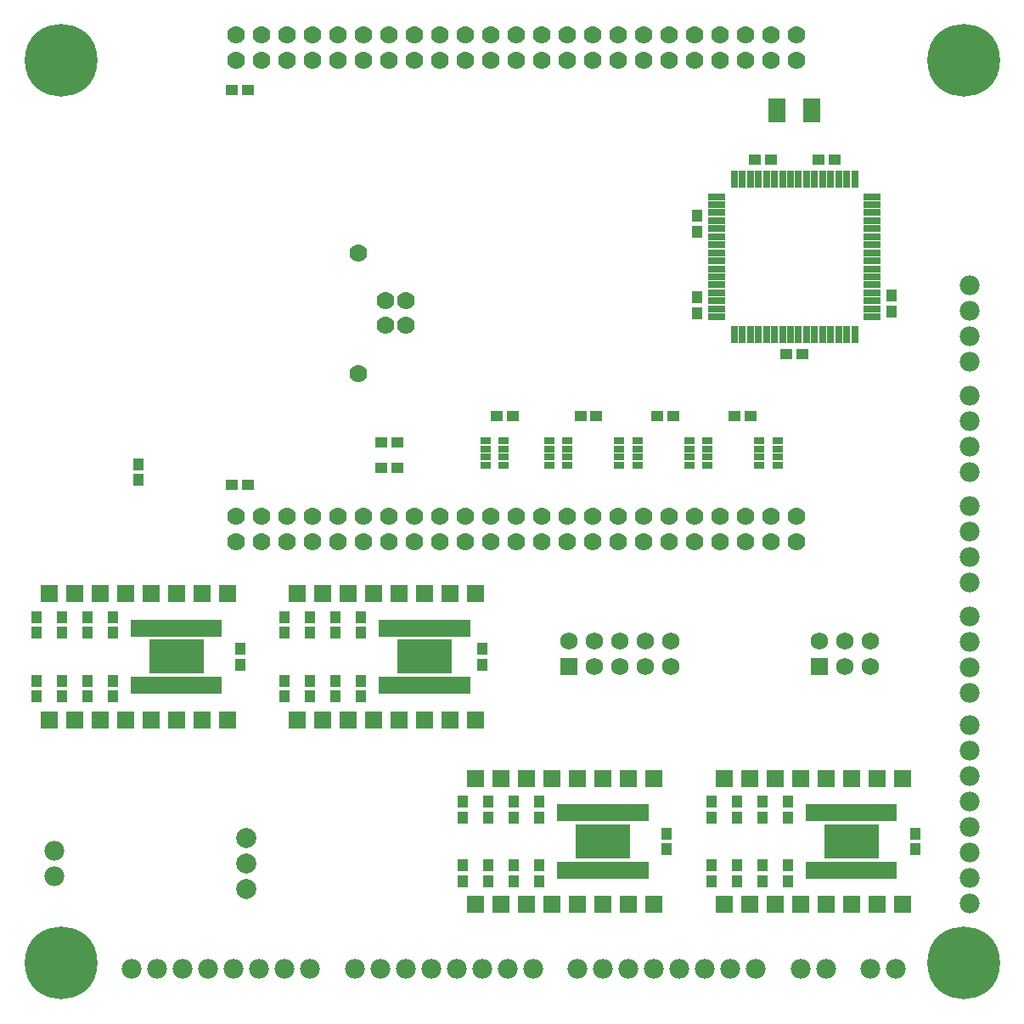
<source format=gbs>
*
*
G04 PADS 9.5 Build Number: 522968 generated Gerber (RS-274-X) file*
G04 PC Version=2.1*
*
%IN "DriverBoardRev2.pcb"*%
*
%MOIN*%
*
%FSLAX35Y35*%
*
*
*
*
G04 PC Standard Apertures*
*
*
G04 Thermal Relief Aperture macro.*
%AMTER*
1,1,$1,0,0*
1,0,$1-$2,0,0*
21,0,$3,$4,0,0,45*
21,0,$3,$4,0,0,135*
%
*
*
G04 Annular Aperture macro.*
%AMANN*
1,1,$1,0,0*
1,0,$2,0,0*
%
*
*
G04 Odd Aperture macro.*
%AMODD*
1,1,$1,0,0*
1,0,$1-0.005,0,0*
%
*
*
G04 PC Custom Aperture Macros*
*
*
*
*
*
*
G04 PC Aperture Table*
*
%ADD010C,0.001*%
%ADD042R,0.048X0.04*%
%ADD048R,0.04X0.048*%
%ADD051C,0.07*%
%ADD053R,0.07X0.07*%
%ADD163R,0.06906X0.03165*%
%ADD164R,0.03165X0.06906*%
%ADD201C,0.0789*%
%ADD202C,0.078*%
%ADD203R,0.21276X0.13205*%
%ADD204C,0.28559*%
%ADD207R,0.02575X0.07102*%
%ADD210R,0.06709X0.09465*%
%ADD211R,0.06906X0.06906*%
%ADD212C,0.06906*%
%ADD213R,0.0415X0.02969*%
*
*
*
*
G04 PC Circuitry*
G04 Layer Name DriverBoardRev2.pcb - circuitry*
%LPD*%
*
*
G04 PC Custom Flashes*
G04 Layer Name DriverBoardRev2.pcb - flashes*
%LPD*%
*
*
G04 PC Circuitry*
G04 Layer Name DriverBoardRev2.pcb - circuitry*
%LPD*%
*
G54D10*
G54D42*
G01X317926Y329727D03*
X311726D03*
X305426Y253266D03*
X299226D03*
X292926Y329727D03*
X286726D03*
X284998Y229004D03*
X278798D03*
X254761D03*
X248561D03*
X224525D03*
X218325D03*
X191769D03*
X185569D03*
X140156Y218846D03*
X146356D03*
X140156Y208846D03*
X146356D03*
X81494Y357094D03*
X87694D03*
X81494Y202094D03*
X87694D03*
G54D48*
X349594Y65194D03*
Y58994D03*
X340451Y276366D03*
Y270166D03*
X299594Y77694D03*
Y71494D03*
Y46494D03*
Y52694D03*
X289594Y71494D03*
Y77694D03*
Y52694D03*
Y46494D03*
X279594Y71494D03*
Y77694D03*
Y52694D03*
Y46494D03*
X269594Y71494D03*
Y77694D03*
Y46494D03*
Y52694D03*
X264201Y307616D03*
Y301416D03*
Y275741D03*
Y269541D03*
X252094Y65194D03*
Y58994D03*
X202094Y77694D03*
Y71494D03*
Y52694D03*
Y46494D03*
X192094Y77694D03*
Y71494D03*
Y52694D03*
Y46494D03*
X182094Y77694D03*
Y71494D03*
Y52694D03*
Y46494D03*
X179594Y137694D03*
Y131494D03*
X172094Y71494D03*
Y77694D03*
Y46494D03*
Y52694D03*
X132094Y150194D03*
Y143994D03*
Y125194D03*
Y118994D03*
X122094Y150194D03*
Y143994D03*
Y125194D03*
Y118994D03*
X112094Y150194D03*
Y143994D03*
Y118994D03*
Y125194D03*
X102094Y143994D03*
Y150194D03*
Y118994D03*
Y125194D03*
X84594Y137694D03*
Y131494D03*
X44594Y210194D03*
Y203994D03*
X34594Y150194D03*
Y143994D03*
Y125194D03*
Y118994D03*
X24594Y150194D03*
Y143994D03*
Y118994D03*
Y125194D03*
X14594Y150194D03*
Y143994D03*
Y118994D03*
Y125194D03*
X4594Y150194D03*
Y143994D03*
Y118994D03*
Y125194D03*
G54D51*
X149594Y264594D03*
Y274437D03*
X141720D03*
Y264594D03*
X131091Y293217D03*
Y245815D03*
X83177Y368610D03*
Y378610D03*
X93177Y368610D03*
Y378610D03*
X103177Y368610D03*
Y378610D03*
X113177Y368610D03*
Y378610D03*
X123177Y368610D03*
Y378610D03*
X133177Y368610D03*
Y378610D03*
X143177Y368610D03*
Y378610D03*
X153177Y368610D03*
Y378610D03*
X163177Y368610D03*
Y378610D03*
X173177Y368610D03*
Y378610D03*
X183177Y368610D03*
Y378610D03*
X193177Y368610D03*
Y378610D03*
X203177Y368610D03*
Y378610D03*
X213177Y368610D03*
Y378610D03*
X223177Y368610D03*
Y378610D03*
X233177Y368610D03*
Y378610D03*
X243177Y368610D03*
Y378610D03*
X253177Y368610D03*
Y378610D03*
X263177Y368610D03*
Y378610D03*
X273177Y368610D03*
Y378610D03*
X283177Y368610D03*
Y378610D03*
X293177Y368610D03*
Y378610D03*
X303177Y368610D03*
Y378610D03*
X83177Y179634D03*
Y189634D03*
X93177Y179634D03*
Y189634D03*
X103177Y179634D03*
Y189634D03*
X113177Y179634D03*
Y189634D03*
X123177Y179634D03*
Y189634D03*
X133177Y179634D03*
Y189634D03*
X143177Y179634D03*
Y189634D03*
X153177Y179634D03*
Y189634D03*
X163177Y179634D03*
Y189634D03*
X173177Y179634D03*
Y189634D03*
X183177Y179634D03*
Y189634D03*
X193177Y179634D03*
Y189634D03*
X203177Y179634D03*
Y189634D03*
X213177Y179634D03*
Y189634D03*
X223177Y179634D03*
Y189634D03*
X233177Y179634D03*
Y189634D03*
X243177Y179634D03*
Y189634D03*
X253177Y179634D03*
Y189634D03*
X263177Y179634D03*
Y189634D03*
X273177Y179634D03*
Y189634D03*
X283177Y179634D03*
Y189634D03*
X293177Y179634D03*
Y189634D03*
X303177Y179634D03*
Y189634D03*
G54D53*
X274594Y37409D03*
X284594D03*
X294594D03*
X304594D03*
X314594D03*
X324594D03*
X334594D03*
X344594D03*
Y86780D03*
X334594D03*
X324594D03*
X314594D03*
X304594D03*
X294594D03*
X284594D03*
X274594D03*
X177094Y37409D03*
X187094D03*
X197094D03*
X207094D03*
X217094D03*
X227094D03*
X237094D03*
X247094D03*
Y86780D03*
X237094D03*
X227094D03*
X217094D03*
X207094D03*
X197094D03*
X187094D03*
X177094D03*
X107094Y109909D03*
X117094D03*
X127094D03*
X137094D03*
X147094D03*
X157094D03*
X167094D03*
X177094D03*
Y159280D03*
X167094D03*
X157094D03*
X147094D03*
X137094D03*
X127094D03*
X117094D03*
X107094D03*
X9594Y109909D03*
X19594D03*
X29594D03*
X39594D03*
X49594D03*
X59594D03*
X69594D03*
X79594D03*
Y159280D03*
X69594D03*
X59594D03*
X49594D03*
X39594D03*
X29594D03*
X19594D03*
X9594D03*
G54D163*
X332862Y315259D03*
Y312109D03*
Y308960D03*
Y305810D03*
Y302660D03*
Y299511D03*
Y296361D03*
Y293212D03*
Y290062D03*
Y286912D03*
Y283763D03*
Y280613D03*
Y277464D03*
Y274314D03*
Y271164D03*
Y268015D03*
X271839D03*
Y271164D03*
Y274314D03*
Y277464D03*
Y280613D03*
Y283763D03*
Y286912D03*
Y290062D03*
Y293212D03*
Y296361D03*
Y299511D03*
Y302660D03*
Y305810D03*
Y308960D03*
Y312109D03*
Y315259D03*
G54D164*
X325972Y261125D03*
X322823D03*
X319673D03*
X316524D03*
X313374D03*
X310224D03*
X307075D03*
X303925D03*
X300776D03*
X297626D03*
X294476D03*
X291327D03*
X288177D03*
X285028D03*
X281878D03*
X278728D03*
Y322149D03*
X281878D03*
X285028D03*
X288177D03*
X291327D03*
X294476D03*
X297626D03*
X300776D03*
X303925D03*
X307075D03*
X310224D03*
X313374D03*
X316524D03*
X319673D03*
X322823D03*
X325972D03*
G54D201*
X87114Y43295D03*
Y53295D03*
Y63295D03*
G54D202*
X371169Y250500D03*
Y260500D03*
Y270500D03*
Y280500D03*
Y207193D03*
Y217193D03*
Y227193D03*
Y237193D03*
Y163886D03*
Y173886D03*
Y183886D03*
Y193886D03*
Y120579D03*
Y130579D03*
Y140579D03*
Y150579D03*
Y37902D03*
Y47902D03*
Y57902D03*
Y67902D03*
Y77902D03*
Y87902D03*
Y97902D03*
Y107902D03*
X332094Y12094D03*
X342094D03*
X304594D03*
X314594D03*
X217094D03*
X227094D03*
X237094D03*
X247094D03*
X257094D03*
X267094D03*
X277094D03*
X287094D03*
X129594D03*
X139594D03*
X149594D03*
X159594D03*
X169594D03*
X179594D03*
X189594D03*
X199594D03*
X42094D03*
X52094D03*
X62094D03*
X72094D03*
X82094D03*
X92094D03*
X102094D03*
X112094D03*
X11819Y58344D03*
Y48344D03*
G54D203*
X324594Y62094D03*
X227094D03*
X157094Y134594D03*
X59594D03*
G54D204*
X368610Y368610D03*
Y14280D03*
X14280Y368610D03*
Y14280D03*
G54D207*
X341228Y50776D03*
X338669D03*
X336110D03*
X333551D03*
X330992D03*
X328433D03*
X325874D03*
X323315D03*
X320756D03*
X318197D03*
X315638D03*
X313079D03*
X310520D03*
X307961D03*
Y73413D03*
X310520D03*
X313079D03*
X315638D03*
X318197D03*
X320756D03*
X323315D03*
X325874D03*
X328433D03*
X330992D03*
X333551D03*
X336110D03*
X338669D03*
X341228D03*
X243728Y50776D03*
X241169D03*
X238610D03*
X236051D03*
X233492D03*
X230933D03*
X228374D03*
X225815D03*
X223256D03*
X220697D03*
X218138D03*
X215579D03*
X213020D03*
X210461D03*
Y73413D03*
X213020D03*
X215579D03*
X218138D03*
X220697D03*
X223256D03*
X225815D03*
X228374D03*
X230933D03*
X233492D03*
X236051D03*
X238610D03*
X241169D03*
X243728D03*
X173728Y123276D03*
X171169D03*
X168610D03*
X166051D03*
X163492D03*
X160933D03*
X158374D03*
X155815D03*
X153256D03*
X150697D03*
X148138D03*
X145579D03*
X143020D03*
X140461D03*
Y145913D03*
X143020D03*
X145579D03*
X148138D03*
X150697D03*
X153256D03*
X155815D03*
X158374D03*
X160933D03*
X163492D03*
X166051D03*
X168610D03*
X171169D03*
X173728D03*
X76228Y123276D03*
X73669D03*
X71110D03*
X68551D03*
X65992D03*
X63433D03*
X60874D03*
X58315D03*
X55756D03*
X53197D03*
X50638D03*
X48079D03*
X45520D03*
X42961D03*
Y145913D03*
X45520D03*
X48079D03*
X50638D03*
X53197D03*
X55756D03*
X58315D03*
X60874D03*
X63433D03*
X65992D03*
X68551D03*
X71110D03*
X73669D03*
X76228D03*
G54D210*
X309240Y349137D03*
X295461D03*
G54D211*
X312075Y130657D03*
X213807D03*
G54D212*
X312075Y140657D03*
X322075Y130657D03*
Y140657D03*
X332075Y130657D03*
Y140657D03*
X213807D03*
X223807Y130657D03*
Y140657D03*
X233807Y130657D03*
Y140657D03*
X243807Y130657D03*
Y140657D03*
X253807Y130657D03*
Y140657D03*
G54D213*
X288551Y209870D03*
Y213020D03*
Y216169D03*
Y219319D03*
X295638D03*
Y216169D03*
Y213020D03*
Y209870D03*
X261051D03*
Y213020D03*
Y216169D03*
Y219319D03*
X268138D03*
Y216169D03*
Y213020D03*
Y209870D03*
X233551D03*
Y213020D03*
Y216169D03*
Y219319D03*
X240638D03*
Y216169D03*
Y213020D03*
Y209870D03*
X206051D03*
Y213020D03*
Y216169D03*
Y219319D03*
X213138D03*
Y216169D03*
Y213020D03*
Y209870D03*
X181051D03*
Y213020D03*
Y216169D03*
Y219319D03*
X188138D03*
Y216169D03*
Y213020D03*
Y209870D03*
X0Y0D02*
M02*

</source>
